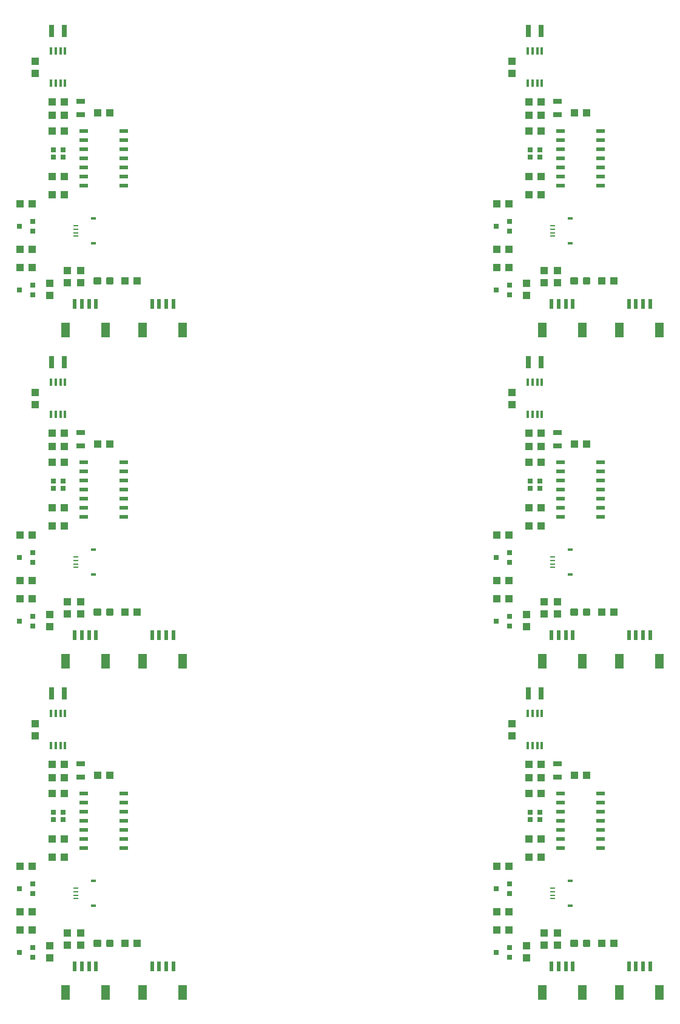
<source format=gtp>
G04 EAGLE Gerber RS-274X export*
G75*
%MOMM*%
%FSLAX34Y34*%
%LPD*%
%INSolderpaste Top*%
%IPPOS*%
%AMOC8*
5,1,8,0,0,1.08239X$1,22.5*%
G01*
%ADD10R,0.400000X1.100000*%
%ADD11R,1.100000X1.000000*%
%ADD12R,1.000000X1.100000*%
%ADD13R,1.200000X0.800000*%
%ADD14R,0.800000X1.800000*%
%ADD15R,1.200000X0.600000*%
%ADD16R,1.200000X2.000000*%
%ADD17R,0.600000X1.350000*%
%ADD18R,0.700000X0.700000*%
%ADD19R,0.750000X0.700000*%
%ADD20R,0.800000X0.400000*%
%ADD21R,0.650000X0.250000*%
%ADD22C,0.300000*%


D10*
X85950Y403500D03*
X79450Y403500D03*
X72950Y403500D03*
X66450Y403500D03*
X66450Y358500D03*
X72950Y358500D03*
X79450Y358500D03*
X85950Y358500D03*
D11*
X67700Y332740D03*
X84700Y332740D03*
X84700Y313690D03*
X67700Y313690D03*
D12*
X44450Y389500D03*
X44450Y372500D03*
D13*
X107950Y314850D03*
X107950Y332850D03*
D14*
X67200Y431800D03*
X85200Y431800D03*
D15*
X111700Y292100D03*
X111700Y279400D03*
X111700Y266700D03*
X111700Y254000D03*
X111700Y241300D03*
X111700Y228600D03*
X111700Y215900D03*
X167700Y215900D03*
X167700Y228600D03*
X167700Y241300D03*
X167700Y254000D03*
X167700Y266700D03*
X167700Y279400D03*
X167700Y292100D03*
D16*
X194250Y14050D03*
X250250Y14050D03*
D17*
X207250Y50800D03*
X217250Y50800D03*
X227250Y50800D03*
X237250Y50800D03*
D16*
X86300Y14050D03*
X142300Y14050D03*
D17*
X99300Y50800D03*
X109300Y50800D03*
X119300Y50800D03*
X129300Y50800D03*
D18*
X41000Y152250D03*
X41000Y165250D03*
X22500Y158750D03*
D11*
X23250Y190500D03*
X40250Y190500D03*
X23250Y127000D03*
X40250Y127000D03*
D18*
X41000Y63350D03*
X41000Y76350D03*
X22500Y69850D03*
D12*
X64770Y79620D03*
X64770Y62620D03*
D11*
X23250Y101600D03*
X40250Y101600D03*
D19*
X69450Y265350D03*
X82950Y265350D03*
X82950Y255350D03*
X69450Y255350D03*
D11*
X131200Y317500D03*
X148200Y317500D03*
D12*
X107950Y97400D03*
X107950Y80400D03*
X88900Y97400D03*
X88900Y80400D03*
D11*
X84700Y203200D03*
X67700Y203200D03*
X67700Y292100D03*
X84700Y292100D03*
X84700Y228600D03*
X67700Y228600D03*
D20*
X125800Y134860D03*
D21*
X100800Y144900D03*
X100800Y149900D03*
X100800Y154900D03*
X100800Y159900D03*
D20*
X125800Y169940D03*
D22*
X144970Y86050D02*
X144970Y79050D01*
X144970Y86050D02*
X151970Y86050D01*
X151970Y79050D01*
X144970Y79050D01*
X144970Y81900D02*
X151970Y81900D01*
X151970Y84750D02*
X144970Y84750D01*
X127430Y86050D02*
X127430Y79050D01*
X127430Y86050D02*
X134430Y86050D01*
X134430Y79050D01*
X127430Y79050D01*
X127430Y81900D02*
X134430Y81900D01*
X134430Y84750D02*
X127430Y84750D01*
D11*
X186300Y82550D03*
X169300Y82550D03*
D10*
X751430Y403500D03*
X744930Y403500D03*
X738430Y403500D03*
X731930Y403500D03*
X731930Y358500D03*
X738430Y358500D03*
X744930Y358500D03*
X751430Y358500D03*
D11*
X733180Y332740D03*
X750180Y332740D03*
X750180Y313690D03*
X733180Y313690D03*
D12*
X709930Y389500D03*
X709930Y372500D03*
D13*
X773430Y314850D03*
X773430Y332850D03*
D14*
X732680Y431800D03*
X750680Y431800D03*
D15*
X777180Y292100D03*
X777180Y279400D03*
X777180Y266700D03*
X777180Y254000D03*
X777180Y241300D03*
X777180Y228600D03*
X777180Y215900D03*
X833180Y215900D03*
X833180Y228600D03*
X833180Y241300D03*
X833180Y254000D03*
X833180Y266700D03*
X833180Y279400D03*
X833180Y292100D03*
D16*
X859730Y14050D03*
X915730Y14050D03*
D17*
X872730Y50800D03*
X882730Y50800D03*
X892730Y50800D03*
X902730Y50800D03*
D16*
X751780Y14050D03*
X807780Y14050D03*
D17*
X764780Y50800D03*
X774780Y50800D03*
X784780Y50800D03*
X794780Y50800D03*
D18*
X706480Y152250D03*
X706480Y165250D03*
X687980Y158750D03*
D11*
X688730Y190500D03*
X705730Y190500D03*
X688730Y127000D03*
X705730Y127000D03*
D18*
X706480Y63350D03*
X706480Y76350D03*
X687980Y69850D03*
D12*
X730250Y79620D03*
X730250Y62620D03*
D11*
X688730Y101600D03*
X705730Y101600D03*
D19*
X734930Y265350D03*
X748430Y265350D03*
X748430Y255350D03*
X734930Y255350D03*
D11*
X796680Y317500D03*
X813680Y317500D03*
D12*
X773430Y97400D03*
X773430Y80400D03*
X754380Y97400D03*
X754380Y80400D03*
D11*
X750180Y203200D03*
X733180Y203200D03*
X733180Y292100D03*
X750180Y292100D03*
X750180Y228600D03*
X733180Y228600D03*
D20*
X791280Y134860D03*
D21*
X766280Y144900D03*
X766280Y149900D03*
X766280Y154900D03*
X766280Y159900D03*
D20*
X791280Y169940D03*
D22*
X810450Y86050D02*
X810450Y79050D01*
X810450Y86050D02*
X817450Y86050D01*
X817450Y79050D01*
X810450Y79050D01*
X810450Y81900D02*
X817450Y81900D01*
X817450Y84750D02*
X810450Y84750D01*
X792910Y86050D02*
X792910Y79050D01*
X792910Y86050D02*
X799910Y86050D01*
X799910Y79050D01*
X792910Y79050D01*
X792910Y81900D02*
X799910Y81900D01*
X799910Y84750D02*
X792910Y84750D01*
D11*
X851780Y82550D03*
X834780Y82550D03*
D10*
X85950Y865780D03*
X79450Y865780D03*
X72950Y865780D03*
X66450Y865780D03*
X66450Y820780D03*
X72950Y820780D03*
X79450Y820780D03*
X85950Y820780D03*
D11*
X67700Y795020D03*
X84700Y795020D03*
X84700Y775970D03*
X67700Y775970D03*
D12*
X44450Y851780D03*
X44450Y834780D03*
D13*
X107950Y777130D03*
X107950Y795130D03*
D14*
X67200Y894080D03*
X85200Y894080D03*
D15*
X111700Y754380D03*
X111700Y741680D03*
X111700Y728980D03*
X111700Y716280D03*
X111700Y703580D03*
X111700Y690880D03*
X111700Y678180D03*
X167700Y678180D03*
X167700Y690880D03*
X167700Y703580D03*
X167700Y716280D03*
X167700Y728980D03*
X167700Y741680D03*
X167700Y754380D03*
D16*
X194250Y476330D03*
X250250Y476330D03*
D17*
X207250Y513080D03*
X217250Y513080D03*
X227250Y513080D03*
X237250Y513080D03*
D16*
X86300Y476330D03*
X142300Y476330D03*
D17*
X99300Y513080D03*
X109300Y513080D03*
X119300Y513080D03*
X129300Y513080D03*
D18*
X41000Y614530D03*
X41000Y627530D03*
X22500Y621030D03*
D11*
X23250Y652780D03*
X40250Y652780D03*
X23250Y589280D03*
X40250Y589280D03*
D18*
X41000Y525630D03*
X41000Y538630D03*
X22500Y532130D03*
D12*
X64770Y541900D03*
X64770Y524900D03*
D11*
X23250Y563880D03*
X40250Y563880D03*
D19*
X69450Y727630D03*
X82950Y727630D03*
X82950Y717630D03*
X69450Y717630D03*
D11*
X131200Y779780D03*
X148200Y779780D03*
D12*
X107950Y559680D03*
X107950Y542680D03*
X88900Y559680D03*
X88900Y542680D03*
D11*
X84700Y665480D03*
X67700Y665480D03*
X67700Y754380D03*
X84700Y754380D03*
X84700Y690880D03*
X67700Y690880D03*
D20*
X125800Y597140D03*
D21*
X100800Y607180D03*
X100800Y612180D03*
X100800Y617180D03*
X100800Y622180D03*
D20*
X125800Y632220D03*
D22*
X144970Y548330D02*
X144970Y541330D01*
X144970Y548330D02*
X151970Y548330D01*
X151970Y541330D01*
X144970Y541330D01*
X144970Y544180D02*
X151970Y544180D01*
X151970Y547030D02*
X144970Y547030D01*
X127430Y548330D02*
X127430Y541330D01*
X127430Y548330D02*
X134430Y548330D01*
X134430Y541330D01*
X127430Y541330D01*
X127430Y544180D02*
X134430Y544180D01*
X134430Y547030D02*
X127430Y547030D01*
D11*
X186300Y544830D03*
X169300Y544830D03*
D10*
X751430Y865780D03*
X744930Y865780D03*
X738430Y865780D03*
X731930Y865780D03*
X731930Y820780D03*
X738430Y820780D03*
X744930Y820780D03*
X751430Y820780D03*
D11*
X733180Y795020D03*
X750180Y795020D03*
X750180Y775970D03*
X733180Y775970D03*
D12*
X709930Y851780D03*
X709930Y834780D03*
D13*
X773430Y777130D03*
X773430Y795130D03*
D14*
X732680Y894080D03*
X750680Y894080D03*
D15*
X777180Y754380D03*
X777180Y741680D03*
X777180Y728980D03*
X777180Y716280D03*
X777180Y703580D03*
X777180Y690880D03*
X777180Y678180D03*
X833180Y678180D03*
X833180Y690880D03*
X833180Y703580D03*
X833180Y716280D03*
X833180Y728980D03*
X833180Y741680D03*
X833180Y754380D03*
D16*
X859730Y476330D03*
X915730Y476330D03*
D17*
X872730Y513080D03*
X882730Y513080D03*
X892730Y513080D03*
X902730Y513080D03*
D16*
X751780Y476330D03*
X807780Y476330D03*
D17*
X764780Y513080D03*
X774780Y513080D03*
X784780Y513080D03*
X794780Y513080D03*
D18*
X706480Y614530D03*
X706480Y627530D03*
X687980Y621030D03*
D11*
X688730Y652780D03*
X705730Y652780D03*
X688730Y589280D03*
X705730Y589280D03*
D18*
X706480Y525630D03*
X706480Y538630D03*
X687980Y532130D03*
D12*
X730250Y541900D03*
X730250Y524900D03*
D11*
X688730Y563880D03*
X705730Y563880D03*
D19*
X734930Y727630D03*
X748430Y727630D03*
X748430Y717630D03*
X734930Y717630D03*
D11*
X796680Y779780D03*
X813680Y779780D03*
D12*
X773430Y559680D03*
X773430Y542680D03*
X754380Y559680D03*
X754380Y542680D03*
D11*
X750180Y665480D03*
X733180Y665480D03*
X733180Y754380D03*
X750180Y754380D03*
X750180Y690880D03*
X733180Y690880D03*
D20*
X791280Y597140D03*
D21*
X766280Y607180D03*
X766280Y612180D03*
X766280Y617180D03*
X766280Y622180D03*
D20*
X791280Y632220D03*
D22*
X810450Y548330D02*
X810450Y541330D01*
X810450Y548330D02*
X817450Y548330D01*
X817450Y541330D01*
X810450Y541330D01*
X810450Y544180D02*
X817450Y544180D01*
X817450Y547030D02*
X810450Y547030D01*
X792910Y548330D02*
X792910Y541330D01*
X792910Y548330D02*
X799910Y548330D01*
X799910Y541330D01*
X792910Y541330D01*
X792910Y544180D02*
X799910Y544180D01*
X799910Y547030D02*
X792910Y547030D01*
D11*
X851780Y544830D03*
X834780Y544830D03*
D10*
X85950Y1328060D03*
X79450Y1328060D03*
X72950Y1328060D03*
X66450Y1328060D03*
X66450Y1283060D03*
X72950Y1283060D03*
X79450Y1283060D03*
X85950Y1283060D03*
D11*
X67700Y1257300D03*
X84700Y1257300D03*
X84700Y1238250D03*
X67700Y1238250D03*
D12*
X44450Y1314060D03*
X44450Y1297060D03*
D13*
X107950Y1239410D03*
X107950Y1257410D03*
D14*
X67200Y1356360D03*
X85200Y1356360D03*
D15*
X111700Y1216660D03*
X111700Y1203960D03*
X111700Y1191260D03*
X111700Y1178560D03*
X111700Y1165860D03*
X111700Y1153160D03*
X111700Y1140460D03*
X167700Y1140460D03*
X167700Y1153160D03*
X167700Y1165860D03*
X167700Y1178560D03*
X167700Y1191260D03*
X167700Y1203960D03*
X167700Y1216660D03*
D16*
X194250Y938610D03*
X250250Y938610D03*
D17*
X207250Y975360D03*
X217250Y975360D03*
X227250Y975360D03*
X237250Y975360D03*
D16*
X86300Y938610D03*
X142300Y938610D03*
D17*
X99300Y975360D03*
X109300Y975360D03*
X119300Y975360D03*
X129300Y975360D03*
D18*
X41000Y1076810D03*
X41000Y1089810D03*
X22500Y1083310D03*
D11*
X23250Y1115060D03*
X40250Y1115060D03*
X23250Y1051560D03*
X40250Y1051560D03*
D18*
X41000Y987910D03*
X41000Y1000910D03*
X22500Y994410D03*
D12*
X64770Y1004180D03*
X64770Y987180D03*
D11*
X23250Y1026160D03*
X40250Y1026160D03*
D19*
X69450Y1189910D03*
X82950Y1189910D03*
X82950Y1179910D03*
X69450Y1179910D03*
D11*
X131200Y1242060D03*
X148200Y1242060D03*
D12*
X107950Y1021960D03*
X107950Y1004960D03*
X88900Y1021960D03*
X88900Y1004960D03*
D11*
X84700Y1127760D03*
X67700Y1127760D03*
X67700Y1216660D03*
X84700Y1216660D03*
X84700Y1153160D03*
X67700Y1153160D03*
D20*
X125800Y1059420D03*
D21*
X100800Y1069460D03*
X100800Y1074460D03*
X100800Y1079460D03*
X100800Y1084460D03*
D20*
X125800Y1094500D03*
D22*
X144970Y1010610D02*
X144970Y1003610D01*
X144970Y1010610D02*
X151970Y1010610D01*
X151970Y1003610D01*
X144970Y1003610D01*
X144970Y1006460D02*
X151970Y1006460D01*
X151970Y1009310D02*
X144970Y1009310D01*
X127430Y1010610D02*
X127430Y1003610D01*
X127430Y1010610D02*
X134430Y1010610D01*
X134430Y1003610D01*
X127430Y1003610D01*
X127430Y1006460D02*
X134430Y1006460D01*
X134430Y1009310D02*
X127430Y1009310D01*
D11*
X186300Y1007110D03*
X169300Y1007110D03*
D10*
X751430Y1328060D03*
X744930Y1328060D03*
X738430Y1328060D03*
X731930Y1328060D03*
X731930Y1283060D03*
X738430Y1283060D03*
X744930Y1283060D03*
X751430Y1283060D03*
D11*
X733180Y1257300D03*
X750180Y1257300D03*
X750180Y1238250D03*
X733180Y1238250D03*
D12*
X709930Y1314060D03*
X709930Y1297060D03*
D13*
X773430Y1239410D03*
X773430Y1257410D03*
D14*
X732680Y1356360D03*
X750680Y1356360D03*
D15*
X777180Y1216660D03*
X777180Y1203960D03*
X777180Y1191260D03*
X777180Y1178560D03*
X777180Y1165860D03*
X777180Y1153160D03*
X777180Y1140460D03*
X833180Y1140460D03*
X833180Y1153160D03*
X833180Y1165860D03*
X833180Y1178560D03*
X833180Y1191260D03*
X833180Y1203960D03*
X833180Y1216660D03*
D16*
X859730Y938610D03*
X915730Y938610D03*
D17*
X872730Y975360D03*
X882730Y975360D03*
X892730Y975360D03*
X902730Y975360D03*
D16*
X751780Y938610D03*
X807780Y938610D03*
D17*
X764780Y975360D03*
X774780Y975360D03*
X784780Y975360D03*
X794780Y975360D03*
D18*
X706480Y1076810D03*
X706480Y1089810D03*
X687980Y1083310D03*
D11*
X688730Y1115060D03*
X705730Y1115060D03*
X688730Y1051560D03*
X705730Y1051560D03*
D18*
X706480Y987910D03*
X706480Y1000910D03*
X687980Y994410D03*
D12*
X730250Y1004180D03*
X730250Y987180D03*
D11*
X688730Y1026160D03*
X705730Y1026160D03*
D19*
X734930Y1189910D03*
X748430Y1189910D03*
X748430Y1179910D03*
X734930Y1179910D03*
D11*
X796680Y1242060D03*
X813680Y1242060D03*
D12*
X773430Y1021960D03*
X773430Y1004960D03*
X754380Y1021960D03*
X754380Y1004960D03*
D11*
X750180Y1127760D03*
X733180Y1127760D03*
X733180Y1216660D03*
X750180Y1216660D03*
X750180Y1153160D03*
X733180Y1153160D03*
D20*
X791280Y1059420D03*
D21*
X766280Y1069460D03*
X766280Y1074460D03*
X766280Y1079460D03*
X766280Y1084460D03*
D20*
X791280Y1094500D03*
D22*
X810450Y1010610D02*
X810450Y1003610D01*
X810450Y1010610D02*
X817450Y1010610D01*
X817450Y1003610D01*
X810450Y1003610D01*
X810450Y1006460D02*
X817450Y1006460D01*
X817450Y1009310D02*
X810450Y1009310D01*
X792910Y1010610D02*
X792910Y1003610D01*
X792910Y1010610D02*
X799910Y1010610D01*
X799910Y1003610D01*
X792910Y1003610D01*
X792910Y1006460D02*
X799910Y1006460D01*
X799910Y1009310D02*
X792910Y1009310D01*
D11*
X851780Y1007110D03*
X834780Y1007110D03*
M02*

</source>
